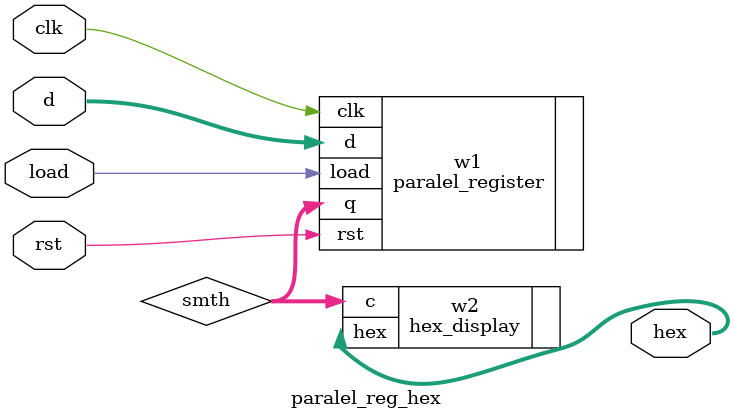
<source format=v>
`timescale 1ns / 1ps
module paralel_reg_hex(
    input clk,
    input rst,
    input load,
    input [3:0] d,
	 output [6:0] hex
    );
	 wire [3:0] smth;
	 paralel_register w1(.clk(clk),.rst(rst),.load(load),.d(d),.q(smth));
	 hex_display w2(.c(smth),.hex(hex));
endmodule

</source>
